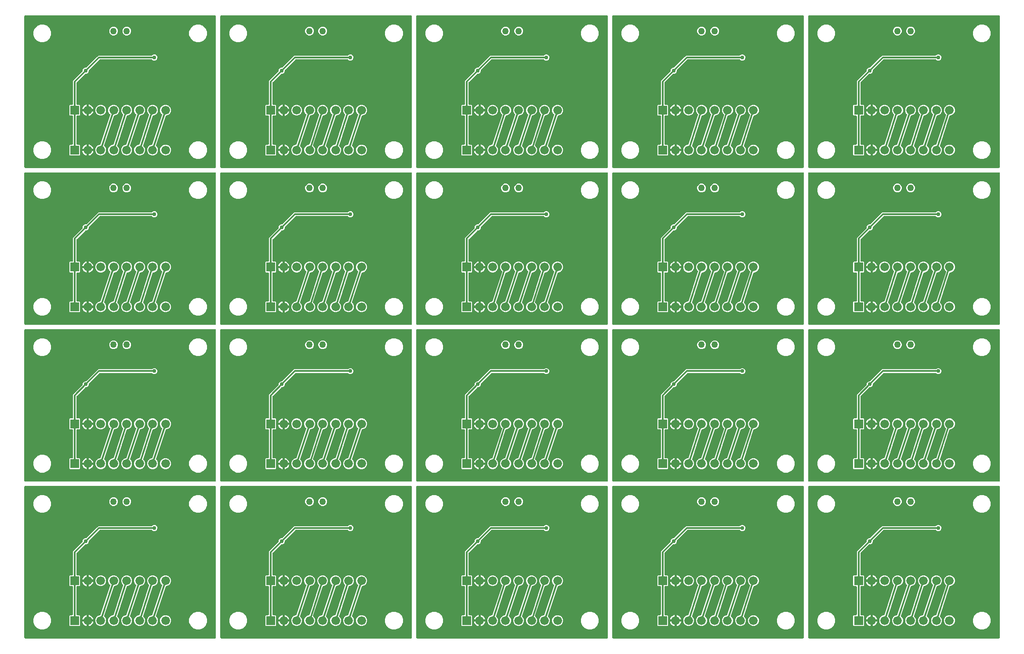
<source format=gbr>
G04 Panel Editor  V12.2 (Build 1133) Date:  Mon Apr 13 15:19:44 2020 *
G04 Database: C:\Users\sergey\Documents\EAGLE\projects\Led_amp\export\CAMOutputs\Panel\Led_amp.cam *
G04 Layer 3: copper_bottom.gbr *
%FSLAX34Y34*%
%MOMM*%
%SFA1.000B1.000*%

%MIA0B0*%
%IPPOS*%
%ADD10C,1.27000*%
%ADD11R,1.67640X1.67640*%
%ADD12C,1.67640*%
%ADD13C,0.75640*%
%ADD14C,0.30480*%
%LNcopper_bottom.gbr*%
%SRX1Y1I0J0*%
%LPD*%
%SRX5Y4I37.754J30.254*%
G36*
X4271Y5794D02*
G01Y296746D01*
X4290Y296990*
X4298Y297015*
X4300Y297041*
X4345Y297182*
X4385Y297325*
X4398Y297348*
X4406Y297373*
X4482Y297500*
X4554Y297630*
X4571Y297650*
X4585Y297672*
X4688Y297779*
X4787Y297889*
X4809Y297904*
X4827Y297923*
X4952Y298003*
X5073Y298088*
X5098Y298098*
X5120Y298112*
X5259Y298162*
X5397Y298217*
X5423Y298221*
X5448Y298229*
X5595Y298246*
X5742Y298268*
X5768Y298266*
X5794Y298269*
X371746*
X371990Y298250*
X372015Y298242*
X372041Y298240*
X372182Y298195*
X372325Y298155*
X372348Y298142*
X372373Y298134*
X372500Y298058*
X372630Y297986*
X372650Y297969*
X372672Y297955*
X372779Y297852*
X372889Y297753*
X372904Y297731*
X372923Y297713*
X373003Y297588*
X373088Y297467*
X373098Y297442*
X373112Y297420*
X373162Y297281*
X373217Y297143*
X373221Y297117*
X373229Y297092*
X373246Y296945*
X373268Y296798*
Y296791*
Y296787*
X373267Y296767*
X373269Y296746*
Y5794*
X373250Y5550*
X373242Y5525*
X373240Y5499*
X373195Y5358*
X373155Y5215*
X373142Y5192*
X373134Y5167*
X373058Y5040*
X372986Y4910*
X372969Y4890*
X372955Y4868*
X372852Y4761*
X372753Y4651*
X372731Y4636*
X372713Y4617*
X372588Y4537*
X372467Y4452*
X372442Y4442*
X372420Y4428*
X372281Y4378*
X372143Y4323*
X372117Y4319*
X372092Y4311*
X371945Y4294*
X371798Y4272*
X371772Y4274*
X371746Y4271*
X5794*
X5550Y4290*
X5525Y4298*
X5499Y4300*
X5358Y4345*
X5215Y4385*
X5192Y4398*
X5167Y4406*
X5040Y4482*
X4910Y4554*
X4890Y4571*
X4868Y4585*
X4761Y4688*
X4651Y4787*
X4636Y4809*
X4617Y4827*
X4537Y4952*
X4452Y5073*
X4442Y5098*
X4428Y5120*
X4378Y5259*
X4323Y5397*
X4319Y5423*
X4311Y5448*
X4294Y5595*
X4272Y5742*
X4274Y5768*
X4271Y5794*
G37*
%LPC*%
G36*
X24357Y254140D02*
G01X29140Y249357D01*
X35388Y246769*
X42152*
X48400Y249357*
X53183Y254140*
X55771Y260388*
Y267152*
X53183Y273400*
X48400Y278183*
X42152Y280771*
X35388*
X29140Y278183*
X24357Y273400*
X21769Y267152*
Y260388*
X24357Y254140*
G37*
G36*
X90887Y29559D02*
G01X92059Y28387D01*
X92060*
X110480*
X110481*
X111653Y29559*
Y47980*
Y47981*
X110481Y49153*
X106318*
X106074Y49172*
X106049Y49180*
X106023Y49182*
X105882Y49227*
X105739Y49267*
X105716Y49280*
X105691Y49288*
X105564Y49364*
X105434Y49436*
X105414Y49453*
X105392Y49467*
X105285Y49570*
X105175Y49669*
X105160Y49691*
X105141Y49709*
X105061Y49834*
X104976Y49955*
X104966Y49980*
X104952Y50002*
X104902Y50141*
X104847Y50279*
X104843Y50305*
X104835Y50330*
X104818Y50477*
X104796Y50624*
X104798Y50650*
X104795Y50676*
Y103664*
X104814Y103908*
X104822Y103933*
X104824Y103959*
X104869Y104100*
X104909Y104243*
X104922Y104266*
X104930Y104291*
X105006Y104418*
X105078Y104548*
X105095Y104568*
X105109Y104590*
X105212Y104697*
X105311Y104807*
X105333Y104822*
X105351Y104841*
X105476Y104921*
X105597Y105006*
X105622Y105016*
X105644Y105030*
X105783Y105080*
X105921Y105135*
X105947Y105139*
X105972Y105147*
X106119Y105164*
X106266Y105186*
X106292Y105184*
X106318Y105187*
X110480*
X110481*
X111653Y106359*
Y124780*
Y124781*
X110481Y125953*
X106318*
X106074Y125972*
X106049Y125980*
X106023Y125982*
X105882Y126027*
X105739Y126067*
X105716Y126080*
X105691Y126088*
X105564Y126164*
X105434Y126236*
X105414Y126253*
X105392Y126267*
X105285Y126370*
X105175Y126469*
X105160Y126491*
X105141Y126509*
X105061Y126634*
X104976Y126755*
X104966Y126780*
X104952Y126802*
X104902Y126941*
X104847Y127079*
X104843Y127105*
X104835Y127130*
X104818Y127277*
X104796Y127424*
X104798Y127450*
X104795Y127476*
Y168559*
X104803Y168659*
X104802Y168707*
X104809Y168742*
X104814Y168803*
X104849Y168925*
X104875Y169048*
X104896Y169092*
X104909Y169138*
X104970Y169249*
X105024Y169363*
X105054Y169401*
X105078Y169443*
X105162Y169537*
X105241Y169636*
X121346Y185741*
X121422Y185806*
X121456Y185841*
X121486Y185860*
X121532Y185900*
X121642Y185961*
X121749Y186030*
X121794Y186046*
X121836Y186070*
X121958Y186105*
X122077Y186147*
X122125Y186153*
X122171Y186166*
X122297Y186173*
X122423Y186187*
X123740*
X125866Y187068*
X127492Y188694*
X128373Y190820*
Y192137*
X128381Y192237*
X128380Y192285*
X128387Y192320*
X128392Y192381*
X128427Y192503*
X128453Y192626*
X128474Y192670*
X128487Y192716*
X128548Y192827*
X128602Y192941*
X128632Y192979*
X128656Y193021*
X128740Y193115*
X128819Y193214*
X149004Y213399*
X149080Y213464*
X149114Y213499*
X149144Y213518*
X149190Y213558*
X149300Y213619*
X149407Y213688*
X149452Y213704*
X149494Y213728*
X149616Y213763*
X149735Y213805*
X149783Y213811*
X149829Y213824*
X149955Y213831*
X150081Y213845*
X249386*
X249486Y213837*
X249534Y213838*
X249569Y213831*
X249630Y213826*
X249751Y213791*
X249875Y213765*
X249918Y213744*
X249965Y213731*
X250076Y213670*
X250190Y213616*
X250228Y213586*
X250270Y213562*
X250364Y213478*
X250463Y213399*
X251394Y212468*
X253520Y211587*
X255820*
X257946Y212468*
X259572Y214094*
X260453Y216220*
Y218520*
X259572Y220646*
X257946Y222272*
X255820Y223153*
X253520*
X251394Y222272*
X250463Y221341*
X250386Y221276*
X250353Y221241*
X250323Y221222*
X250277Y221182*
X250166Y221121*
X250060Y221052*
X250015Y221036*
X249972Y221012*
X249851Y220977*
X249732Y220935*
X249684Y220929*
X249638Y220916*
X249511Y220909*
X249386Y220895*
X146530*
X144019Y218384*
X123834Y198199*
X123758Y198134*
X123724Y198099*
X123694Y198080*
X123648Y198040*
X123538Y197979*
X123431Y197910*
X123386Y197894*
X123344Y197870*
X123222Y197835*
X123103Y197793*
X123055Y197787*
X123009Y197774*
X122883Y197767*
X122757Y197753*
X121440*
X119314Y196872*
X117688Y195246*
X116807Y193120*
Y191803*
X116799Y191703*
X116800Y191655*
X116793Y191620*
X116788Y191559*
X116753Y191437*
X116727Y191314*
X116706Y191270*
X116693Y191224*
X116632Y191113*
X116578Y190999*
X116548Y190961*
X116524Y190919*
X116440Y190825*
X116361Y190726*
X97745Y172110*
Y172109*
Y127476*
X97726Y127232*
X97718Y127207*
X97716Y127181*
X97671Y127040*
X97631Y126897*
X97618Y126874*
X97610Y126849*
X97534Y126722*
X97462Y126592*
X97445Y126572*
X97431Y126550*
X97328Y126443*
X97229Y126333*
X97207Y126318*
X97189Y126299*
X97064Y126219*
X96943Y126134*
X96918Y126124*
X96896Y126110*
X96757Y126060*
X96619Y126005*
X96593Y126001*
X96568Y125993*
X96421Y125976*
X96274Y125954*
X96248Y125956*
X96222Y125953*
X92059*
X90887Y124781*
Y124780*
Y106359*
X92059Y105187*
X92060*
X96222*
X96466Y105168*
X96491Y105160*
X96517Y105158*
X96658Y105113*
X96801Y105073*
X96824Y105060*
X96849Y105052*
X96976Y104976*
X97106Y104904*
X97126Y104887*
X97148Y104873*
X97255Y104770*
X97365Y104671*
X97380Y104649*
X97399Y104631*
X97479Y104506*
X97564Y104385*
X97574Y104360*
X97588Y104338*
X97638Y104199*
X97693Y104061*
X97697Y104035*
X97705Y104010*
X97722Y103863*
X97744Y103716*
X97742Y103690*
X97745Y103664*
Y50676*
X97726Y50432*
X97718Y50407*
X97716Y50381*
X97671Y50240*
X97631Y50097*
X97618Y50074*
X97610Y50049*
X97534Y49922*
X97462Y49792*
X97445Y49772*
X97431Y49750*
X97328Y49643*
X97229Y49533*
X97207Y49518*
X97189Y49499*
X97064Y49419*
X96943Y49334*
X96918Y49324*
X96896Y49310*
X96757Y49260*
X96619Y49205*
X96593Y49201*
X96568Y49193*
X96421Y49176*
X96274Y49154*
X96248Y49156*
X96222Y49153*
X92059*
X90887Y47981*
Y47980*
Y29559*
G37*
G36*
X115616Y36212D02*
G01X116148Y34577D01*
X116928Y33045*
X117939Y31654*
X119154Y30439*
X120545Y29428*
X122077Y28648*
X123712Y28116*
X124021Y28067*
Y36521*
X115567*
X115616Y36212*
G37*
G36*
X124021Y41019D02*
G01Y49473D01*
X123712Y49424*
X122077Y48892*
X120545Y48112*
X119154Y47101*
X117939Y45886*
X116928Y44495*
X116148Y42963*
X115616Y41328*
X115567Y41019*
X124021*
G37*
G36*
X115616Y113012D02*
G01X116148Y111377D01*
X116928Y109845*
X117939Y108454*
X119154Y107239*
X120545Y106228*
X122077Y105448*
X123712Y104916*
X124021Y104867*
Y113321*
X115567*
X115616Y113012*
G37*
G36*
X124021Y117819D02*
G01Y126273D01*
X123712Y126224*
X122077Y125692*
X120545Y124912*
X119154Y123901*
X117939Y122686*
X116928Y121295*
X116148Y119763*
X115616Y118128*
X115567Y117819*
X124021*
G37*
G36*
X128828Y28116D02*
G01X130463Y28648D01*
X131995Y29428*
X133386Y30439*
X134601Y31654*
X135612Y33045*
X136392Y34577*
X136924Y36212*
X136973Y36521*
X128519*
Y28067*
X128828Y28116*
G37*
G36*
X136973Y41019D02*
G01X136924Y41328D01*
X136392Y42963*
X135612Y44495*
X134601Y45886*
X133386Y47101*
X131995Y48112*
X130463Y48892*
X128828Y49424*
X128519Y49473*
Y41019*
X136973*
G37*
G36*
X128828Y104916D02*
G01X130463Y105448D01*
X131995Y106228*
X133386Y107239*
X134601Y108454*
X135612Y109845*
X136392Y111377*
X136924Y113012*
X136973Y113321*
X128519*
Y104867*
X128828Y104916*
G37*
G36*
X136973Y117819D02*
G01X136924Y118128D01*
X136392Y119763*
X135612Y121295*
X134601Y122686*
X133386Y123901*
X131995Y124912*
X130463Y125692*
X128828Y126224*
X128519Y126273*
Y117819*
X136973*
G37*
G36*
X142468Y32889D02*
G01X145389Y29968D01*
X149205Y28387*
X153335*
X157151Y29968*
X160072Y32889*
X161653Y36705*
Y40835*
X160072Y44651*
X158333Y46391*
X158174Y46577*
X158166Y46592*
X158155Y46604*
X158081Y46743*
X158004Y46881*
X157999Y46897*
X157992Y46912*
X157951Y47064*
X157908Y47216*
X157907Y47233*
X157902Y47249*
X157898Y47406*
X157890Y47564*
X157893Y47581*
X157892Y47598*
X157923Y47752*
X157951Y47907*
X157958Y47922*
X157962Y47939*
X176255Y104136*
X176300Y104244*
X176315Y104291*
X176330Y104317*
X176349Y104361*
X176424Y104474*
X176494Y104590*
X176521Y104618*
X176543Y104651*
X176642Y104743*
X176736Y104841*
X176769Y104862*
X176797Y104889*
X176915Y104956*
X177029Y105030*
X177066Y105043*
X177099Y105063*
X177229Y105102*
X177357Y105147*
X177396Y105152*
X177433Y105163*
X177568Y105172*
X177703Y105187*
X178335*
X182151Y106768*
X185072Y109689*
X186653Y113505*
Y117635*
X185072Y121451*
X182151Y124372*
X178335Y125953*
X174205*
X170389Y124372*
X167468Y121451*
X165887Y117635*
Y113505*
X167468Y109689*
X169207Y107949*
X169366Y107763*
X169374Y107748*
X169385Y107736*
X169459Y107597*
X169536Y107459*
X169541Y107443*
X169548Y107428*
X169589Y107276*
X169632Y107124*
X169633Y107107*
X169638Y107091*
X169642Y106934*
X169650Y106776*
X169647Y106759*
X169648Y106742*
X169617Y106588*
X169589Y106433*
X169582Y106418*
X169578Y106401*
X151285Y50204*
X151240Y50096*
X151225Y50049*
X151210Y50023*
X151191Y49979*
X151116Y49866*
X151046Y49750*
X151019Y49722*
X150997Y49689*
X150898Y49597*
X150804Y49499*
X150771Y49478*
X150743Y49451*
X150625Y49384*
X150511Y49310*
X150474Y49297*
X150441Y49277*
X150311Y49238*
X150183Y49193*
X150144Y49188*
X150107Y49177*
X149972Y49168*
X149837Y49153*
X149205*
X145389Y47572*
X142468Y44651*
X140887Y40835*
Y36705*
X142468Y32889*
G37*
G36*
Y109689D02*
G01X145389Y106768D01*
X149205Y105187*
X153335*
X157151Y106768*
X160072Y109689*
X161653Y113505*
Y117635*
X160072Y121451*
X157151Y124372*
X153335Y125953*
X149205*
X145389Y124372*
X142468Y121451*
X140887Y117635*
Y113505*
X142468Y109689*
G37*
G36*
X167468Y32889D02*
G01X170389Y29968D01*
X174205Y28387*
X178335*
X182151Y29968*
X185072Y32889*
X186653Y36705*
Y40835*
X185072Y44651*
X183333Y46391*
X183174Y46577*
X183166Y46592*
X183155Y46604*
X183081Y46743*
X183004Y46881*
X182999Y46897*
X182992Y46912*
X182951Y47064*
X182908Y47216*
X182907Y47233*
X182902Y47249*
X182898Y47406*
X182890Y47564*
X182893Y47581*
X182892Y47598*
X182923Y47752*
X182951Y47907*
X182958Y47922*
X182962Y47939*
X201255Y104136*
X201300Y104244*
X201315Y104291*
X201330Y104317*
X201349Y104361*
X201424Y104474*
X201494Y104590*
X201521Y104618*
X201543Y104651*
X201642Y104743*
X201736Y104841*
X201769Y104862*
X201797Y104889*
X201915Y104956*
X202029Y105030*
X202066Y105043*
X202099Y105063*
X202229Y105102*
X202357Y105147*
X202396Y105152*
X202433Y105163*
X202568Y105172*
X202703Y105187*
X203335*
X207151Y106768*
X210072Y109689*
X211653Y113505*
Y117635*
X210072Y121451*
X207151Y124372*
X203335Y125953*
X199205*
X195389Y124372*
X192468Y121451*
X190887Y117635*
Y113505*
X192468Y109689*
X194207Y107949*
X194366Y107763*
X194374Y107748*
X194385Y107736*
X194459Y107597*
X194536Y107459*
X194541Y107443*
X194548Y107428*
X194589Y107276*
X194632Y107124*
X194633Y107107*
X194638Y107091*
X194642Y106934*
X194650Y106776*
X194647Y106759*
X194648Y106742*
X194617Y106588*
X194589Y106433*
X194582Y106418*
X194578Y106401*
X176285Y50204*
X176240Y50096*
X176225Y50049*
X176210Y50023*
X176191Y49979*
X176116Y49866*
X176046Y49750*
X176019Y49722*
X175997Y49689*
X175898Y49597*
X175804Y49499*
X175771Y49478*
X175743Y49451*
X175625Y49384*
X175511Y49310*
X175474Y49297*
X175441Y49277*
X175311Y49238*
X175183Y49193*
X175144Y49188*
X175107Y49177*
X174972Y49168*
X174837Y49153*
X174205*
X170389Y47572*
X167468Y44651*
X165887Y40835*
Y36705*
X167468Y32889*
G37*
G36*
X168991Y263440D02*
G01X171340Y261091D01*
X174409Y259819*
X177731*
X180800Y261091*
X183149Y263440*
X184421Y266509*
Y269831*
X183149Y272900*
X180800Y275249*
X177731Y276521*
X174409*
X171340Y275249*
X168991Y272900*
X167719Y269831*
Y266509*
X168991Y263440*
G37*
G36*
X192468Y32889D02*
G01X195389Y29968D01*
X199205Y28387*
X203335*
X207151Y29968*
X210072Y32889*
X211653Y36705*
Y40835*
X210072Y44651*
X208333Y46391*
X208174Y46577*
X208166Y46592*
X208155Y46604*
X208081Y46743*
X208004Y46881*
X207999Y46897*
X207992Y46912*
X207951Y47064*
X207908Y47216*
X207907Y47233*
X207902Y47249*
X207898Y47406*
X207890Y47564*
X207893Y47581*
X207892Y47598*
X207923Y47752*
X207951Y47907*
X207958Y47922*
X207962Y47939*
X226255Y104136*
X226300Y104244*
X226315Y104291*
X226330Y104317*
X226349Y104361*
X226424Y104474*
X226494Y104590*
X226521Y104618*
X226543Y104651*
X226642Y104743*
X226736Y104841*
X226769Y104862*
X226797Y104889*
X226915Y104956*
X227029Y105030*
X227066Y105043*
X227099Y105063*
X227229Y105102*
X227357Y105147*
X227396Y105152*
X227433Y105163*
X227568Y105172*
X227703Y105187*
X228335*
X232151Y106768*
X235072Y109689*
X236653Y113505*
Y117635*
X235072Y121451*
X232151Y124372*
X228335Y125953*
X224205*
X220389Y124372*
X217468Y121451*
X215887Y117635*
Y113505*
X217468Y109689*
X219207Y107949*
X219366Y107763*
X219374Y107748*
X219385Y107736*
X219459Y107597*
X219536Y107459*
X219541Y107443*
X219548Y107428*
X219589Y107276*
X219632Y107124*
X219633Y107107*
X219638Y107091*
X219642Y106934*
X219650Y106776*
X219647Y106759*
X219648Y106742*
X219617Y106588*
X219589Y106433*
X219582Y106418*
X219578Y106401*
X201285Y50204*
X201240Y50096*
X201225Y50049*
X201210Y50023*
X201191Y49979*
X201116Y49866*
X201046Y49750*
X201019Y49722*
X200997Y49689*
X200898Y49597*
X200804Y49499*
X200771Y49478*
X200743Y49451*
X200625Y49384*
X200511Y49310*
X200474Y49297*
X200441Y49277*
X200311Y49238*
X200183Y49193*
X200144Y49188*
X200107Y49177*
X199972Y49168*
X199837Y49153*
X199205*
X195389Y47572*
X192468Y44651*
X190887Y40835*
Y36705*
X192468Y32889*
G37*
G36*
X194391Y263440D02*
G01X196740Y261091D01*
X199809Y259819*
X203131*
X206200Y261091*
X208549Y263440*
X209821Y266509*
Y269831*
X208549Y272900*
X206200Y275249*
X203131Y276521*
X199809*
X196740Y275249*
X194391Y272900*
X193119Y269831*
Y266509*
X194391Y263440*
G37*
G36*
X217468Y32889D02*
G01X220389Y29968D01*
X224205Y28387*
X228335*
X232151Y29968*
X235072Y32889*
X236653Y36705*
Y40835*
X235072Y44651*
X233333Y46391*
X233174Y46577*
X233166Y46592*
X233155Y46604*
X233081Y46743*
X233004Y46881*
X232999Y46897*
X232992Y46912*
X232951Y47064*
X232908Y47216*
X232907Y47233*
X232902Y47249*
X232898Y47406*
X232890Y47564*
X232893Y47581*
X232892Y47598*
X232923Y47752*
X232951Y47907*
X232958Y47922*
X232962Y47939*
X251255Y104136*
X251300Y104244*
X251315Y104291*
X251330Y104317*
X251349Y104361*
X251424Y104474*
X251494Y104590*
X251521Y104618*
X251543Y104651*
X251642Y104743*
X251736Y104841*
X251769Y104862*
X251797Y104889*
X251915Y104956*
X252029Y105030*
X252066Y105043*
X252099Y105063*
X252229Y105102*
X252357Y105147*
X252396Y105152*
X252433Y105163*
X252568Y105172*
X252703Y105187*
X253335*
X257151Y106768*
X260072Y109689*
X261653Y113505*
Y117635*
X260072Y121451*
X257151Y124372*
X253335Y125953*
X249205*
X245389Y124372*
X242468Y121451*
X240887Y117635*
Y113505*
X242468Y109689*
X244207Y107949*
X244366Y107763*
X244374Y107748*
X244385Y107736*
X244459Y107597*
X244536Y107459*
X244541Y107443*
X244548Y107428*
X244589Y107276*
X244632Y107124*
X244633Y107107*
X244638Y107091*
X244642Y106934*
X244650Y106776*
X244647Y106759*
X244648Y106742*
X244617Y106588*
X244589Y106433*
X244582Y106418*
X244578Y106401*
X226285Y50204*
X226240Y50096*
X226225Y50049*
X226210Y50023*
X226191Y49979*
X226116Y49866*
X226046Y49750*
X226019Y49722*
X225997Y49689*
X225898Y49597*
X225804Y49499*
X225771Y49478*
X225743Y49451*
X225625Y49384*
X225511Y49310*
X225474Y49297*
X225441Y49277*
X225311Y49238*
X225183Y49193*
X225144Y49188*
X225107Y49177*
X224972Y49168*
X224837Y49153*
X224205*
X220389Y47572*
X217468Y44651*
X215887Y40835*
Y36705*
X217468Y32889*
G37*
G36*
X242468D02*
G01X245389Y29968D01*
X249205Y28387*
X253335*
X257151Y29968*
X260072Y32889*
X261653Y36705*
Y40835*
X260072Y44651*
X258333Y46391*
X258174Y46577*
X258166Y46592*
X258155Y46604*
X258081Y46743*
X258004Y46881*
X257999Y46897*
X257992Y46912*
X257951Y47064*
X257908Y47216*
X257907Y47233*
X257902Y47249*
X257898Y47406*
X257890Y47564*
X257893Y47581*
X257892Y47598*
X257923Y47752*
X257951Y47907*
X257958Y47922*
X257962Y47939*
X276255Y104136*
X276300Y104244*
X276315Y104291*
X276330Y104317*
X276349Y104361*
X276424Y104474*
X276494Y104590*
X276521Y104618*
X276543Y104651*
X276642Y104743*
X276736Y104841*
X276769Y104862*
X276797Y104889*
X276915Y104956*
X277029Y105030*
X277066Y105043*
X277099Y105063*
X277229Y105102*
X277357Y105147*
X277396Y105152*
X277433Y105163*
X277568Y105172*
X277703Y105187*
X278335*
X282151Y106768*
X285072Y109689*
X286653Y113505*
Y117635*
X285072Y121451*
X282151Y124372*
X278335Y125953*
X274205*
X270389Y124372*
X267468Y121451*
X265887Y117635*
Y113505*
X267468Y109689*
X269207Y107949*
X269366Y107763*
X269374Y107748*
X269385Y107736*
X269459Y107597*
X269536Y107459*
X269541Y107443*
X269548Y107428*
X269589Y107276*
X269632Y107124*
X269633Y107107*
X269638Y107091*
X269642Y106934*
X269650Y106776*
X269647Y106759*
X269648Y106742*
X269617Y106588*
X269589Y106433*
X269582Y106418*
X269578Y106401*
X251285Y50204*
X251240Y50096*
X251225Y50049*
X251210Y50023*
X251191Y49979*
X251116Y49866*
X251046Y49750*
X251019Y49722*
X250997Y49689*
X250898Y49597*
X250804Y49499*
X250771Y49478*
X250743Y49451*
X250625Y49384*
X250511Y49310*
X250474Y49297*
X250441Y49277*
X250311Y49238*
X250183Y49193*
X250144Y49188*
X250107Y49177*
X249972Y49168*
X249837Y49153*
X249205*
X245389Y47572*
X242468Y44651*
X240887Y40835*
Y36705*
X242468Y32889*
G37*
G36*
X267468D02*
G01X270389Y29968D01*
X274205Y28387*
X278335*
X282151Y29968*
X285072Y32889*
X286653Y36705*
Y40835*
X285072Y44651*
X282151Y47572*
X278335Y49153*
X274205*
X270389Y47572*
X267468Y44651*
X265887Y40835*
Y36705*
X267468Y32889*
G37*
G36*
X324357Y29140D02*
G01X329140Y24357D01*
X335388Y21769*
X342152*
X348400Y24357*
X353183Y29140*
X355771Y35388*
Y42152*
X353183Y48400*
X348400Y53183*
X342152Y55771*
X335388*
X329140Y53183*
X324357Y48400*
X321769Y42152*
Y35388*
X324357Y29140*
G37*
G36*
Y254140D02*
G01X329140Y249357D01*
X335388Y246769*
X342152*
X348400Y249357*
X353183Y254140*
X355771Y260388*
Y267152*
X353183Y273400*
X348400Y278183*
X342152Y280771*
X335388*
X329140Y278183*
X324357Y273400*
X321769Y267152*
Y260388*
X324357Y254140*
G37*
G36*
X24357Y29140D02*
G01X29140Y24357D01*
X35388Y21769*
X42152*
X48400Y24357*
X53183Y29140*
X55771Y35388*
Y42152*
X53183Y48400*
X48400Y53183*
X42152Y55771*
X35388*
X29140Y53183*
X24357Y48400*
X21769Y42152*
Y35388*
X24357Y29140*
G37*
%LPD*%
G54D10*
X201470Y268170D03*
X176070D03*
G54D11*
X101270Y115570D03*
G54D12*
X126270D03*
X151270D03*
X176270D03*
X201270D03*
X226270D03*
X251270D03*
X276270D03*
G54D11*
X101270Y38770D03*
G54D12*
X126270D03*
X151270D03*
X176270D03*
X201270D03*
X226270D03*
X251270D03*
X276270D03*
G54D13*
X122590Y191970D03*
X254670Y217370D03*
G54D14*
X101270Y115570D02*
G01Y38770D01*
Y115570D02*
G01Y170650D01*
X122590Y191970*
X147990Y217370*
X254670*
X176270Y115570D02*
G01X151270Y38770D01*
X176270D02*
G01X201270Y115570D01*
X226270D02*
G01X201270Y38770D01*
X226270D02*
G01X251270Y115570D01*
X276270D02*
G01X251270Y38770D01*
M02*

</source>
